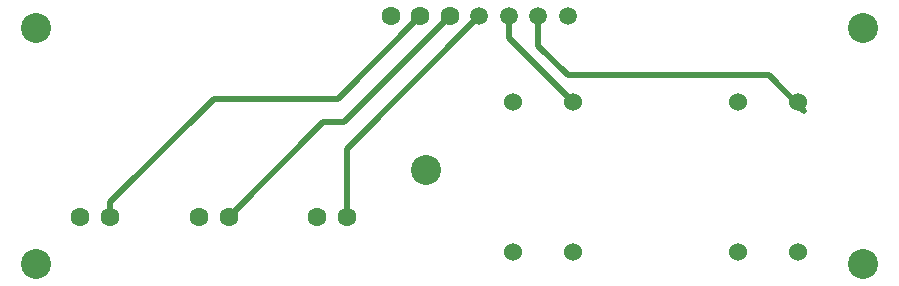
<source format=gtl>
%FSLAX25Y25*%
%MOIN*%
G70*
G01*
G75*
G04 Layer_Physical_Order=1*
G04 Layer_Color=255*
%ADD10C,0.02000*%
%ADD11C,0.06299*%
%ADD12C,0.06000*%
%ADD13C,0.05906*%
%ADD14C,0.10000*%
D10*
X120079Y74803D02*
X147638Y102362D01*
X78740Y74803D02*
X120079D01*
X44370Y40433D02*
X78740Y74803D01*
X44370Y35433D02*
Y40433D01*
X122047Y66929D02*
X157480Y102362D01*
X115236Y66929D02*
X122047D01*
X83740Y35433D02*
X115236Y66929D01*
X123110Y58150D02*
X167323Y102362D01*
X123110Y35433D02*
Y58150D01*
X177165Y95118D02*
Y102362D01*
Y95118D02*
X198661Y73622D01*
X187008Y92520D02*
Y102362D01*
Y92520D02*
X196850Y82677D01*
X263779D01*
X275590Y70866D02*
Y70866D01*
X263779Y82677D02*
X275590Y70866D01*
D11*
X44370Y35433D02*
D03*
X34370D02*
D03*
X83740Y35433D02*
D03*
X73740D02*
D03*
X123110D02*
D03*
X113110D02*
D03*
X137795Y102362D02*
D03*
X147638D02*
D03*
X157480D02*
D03*
D12*
X253465Y23622D02*
D03*
X273465Y73622D02*
D03*
X253465D02*
D03*
X273465Y23622D02*
D03*
X178661D02*
D03*
X198661Y73622D02*
D03*
X178661D02*
D03*
X198661Y23622D02*
D03*
D13*
X196850Y102362D02*
D03*
X187008D02*
D03*
X177165D02*
D03*
X167323D02*
D03*
D14*
X295276Y98425D02*
D03*
X19685D02*
D03*
X149606Y51181D02*
D03*
X19685Y19685D02*
D03*
X295276D02*
D03*
M02*

</source>
